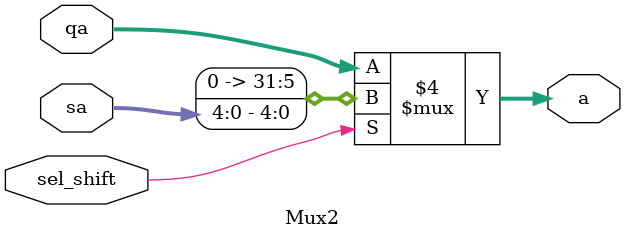
<source format=v>
`timescale 1ns / 1ps


module Mux2(input [31:0] qa, input [4:0] sa, input sel_shift, output reg [31:0] a);
    always @(*) begin 
        if (sel_shift == 1'b0) begin
            a <= qa;
        end 
        else begin
            a <= sa;
        end
    end
endmodule

</source>
